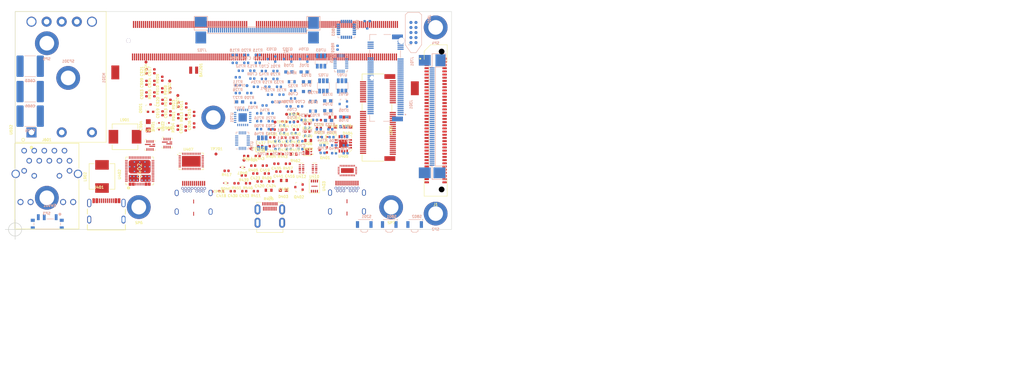
<source format=kicad_pcb>
(kicad_pcb (version 20211014) (generator pcbnew)
  (title_block (title "Jetson Orin Baseboard") (comment 1 "www.antmicro.com") (comment 2 "Antmicro Ltd"))
  (layers (0 "F.Cu" signal) (1 "In1.Cu" signal) (2 "In2.Cu" signal) (3 "In3.Cu" signal) (4 "In4.Cu" signal) (5 "In5.Cu" signal) (6 "In6.Cu" signal) (31 "B.Cu" signal) (34 "B.Paste" user) (35 "F.Paste" user) (36 "B.SilkS" user "B.Silkscreen") (37 "F.SilkS" user "F.Silkscreen") (38 "B.Mask" user) (39 "F.Mask" user) (44 "Edge.Cuts" user))
  (net 0 "")
  (net 1 "GND")
  (net 2 "CSI1_D0_N")
  (net 3 "CSI0_D0_N")
  (net 4 "CSI1_D0_P")
  (net 5 "CSI0_D0_P")
  (net 6 "CSI1_CLK_N")
  (net 7 "CSI0_CLK_N")
  (net 8 "CSI1_CLK_P")
  (net 9 "CSI0_CLK_P")
  (net 10 "CSI1_D1_N")
  (net 11 "CSI0_D1_N")
  (net 12 "CSI1_D1_P")
  (net 13 "CSI0_D1_P")
  (net 14 "CSI3_D0_N")
  (net 15 "CSI2_D0_N")
  (net 16 "CSI3_D0_P")
  (net 17 "CSI2_D0_P")
  (net 18 "CSI3_CLK_N")
  (net 19 "CSI2_CLK_N")
  (net 20 "CSI3_CLK_P")
  (net 21 "CSI2_CLK_P")
  (net 22 "CSI3_D1_N")
  (net 23 "CSI2_D1_N")
  (net 24 "CSI3_D1_P")
  (net 25 "CSI2_D1_P")
  (net 26 "DP1_TXD0_N")
  (net 27 "DP1_TXD1_P")
  (net 28 "DP1_TXD3_N")
  (net 29 "DP1_TXD3_P")
  (net 30 "SPIO_MOSI")
  (net 31 "SPIO_SCK")
  (net 32 "SPIO_MISO")
  (net 33 "~{SPI0_CS0}")
  (net 34 "~{SPI0_CS1}")
  (net 35 "DP1_AUX_N")
  (net 36 "DP1_AUX_P")
  (net 37 "SPI1_MOSI")
  (net 38 "SPI1_SCK")
  (net 39 "SPI1_MISO")
  (net 40 "USB0_D_N")
  (net 41 "~{SPI1_CS0}")
  (net 42 "~{SPI1_CS1}")
  (net 43 "GPIO01")
  (net 44 "USER_LED1")
  (net 45 "USER_BTN0")
  (net 46 "USER_BTN1")
  (net 47 "PCIE0_RX0_N")
  (net 48 "PCIE0_RX0_P")
  (net 49 "PCIE0_RX1_N")
  (net 50 "PCIE0_RX1_P")
  (net 51 "PCIE0_RX2_N")
  (net 52 "PCIE0_RX2_P")
  (net 53 "PCIE0_RX3_N")
  (net 54 "PCIE0_RX3_P")
  (net 55 "PCIE0_CLK_N")
  (net 56 "USBSS0_RX_N")
  (net 57 "PCIE0_CLK_P")
  (net 58 "USBSS0_RX_P")
  (net 59 "USBSS0_TX_N")
  (net 60 "PCIE1_RX0_N")
  (net 61 "PCIE1_RX0_P")
  (net 62 "PCIE1_CLK_N")
  (net 63 "PCIE1_CLK_P")
  (net 64 "PCIE1_CLKREQ*")
  (net 65 "PCIE1_RST*")
  (net 66 "GBE_MDI0_N")
  (net 67 "GBE_MDI0_P")
  (net 68 "GBE_MDI1_N")
  (net 69 "GBE_MDI1_P")
  (net 70 "I2S0_SDOUT")
  (net 71 "I2S0_SDIN")
  (net 72 "GBE_MDI2_N")
  (net 73 "I2S0_LRCK")
  (net 74 "GBE_MDI2_P")
  (net 75 "I2S0_SCLK")
  (net 76 "GBE_MDI3_N")
  (net 77 "GBE_MDI3_P")
  (net 78 "GPIO09")
  (net 79 "SDA_CAM")
  (net 80 "/SoM/~{FORCE_RECOVERY}")
  (net 81 "SCL_CAM")
  (net 82 "GPIO11")
  (net 83 "GPIO12")
  (net 84 "GPIO13")
  (net 85 "/SoM/PMIC_BBAT")
  (net 86 "~{RESET}")
  (net 87 "+3V3")
  (net 88 "/M.2/C_PCIE0_TX0_P")
  (net 89 "/M.2/C_PCIE0_TX0_N")
  (net 90 "/M.2/C_PCIE0_TX1_P")
  (net 91 "/M.2/C_PCIE0_TX1_N")
  (net 92 "/M.2/C_PCIE0_TX2_P")
  (net 93 "/M.2/C_PCIE0_TX2_N")
  (net 94 "/M.2/C_PCIE0_TX3_P")
  (net 95 "/M.2/C_PCIE0_TX3_N")
  (net 96 "/M.2/C_PCIE1_TX0_P")
  (net 97 "/M.2/C_PCIE1_TX0_N")
  (net 98 "EEPROM_PWR")
  (net 99 "Net-(C431-Pad1)")
  (net 100 "+5V")
  (net 101 "CAN_RX")
  (net 102 "CAN_TX")
  (net 103 "GPIO07")
  (net 104 "GPIO10")
  (net 105 "PCIE2_RST*")
  (net 106 "PCIE2_CLKREQ*")
  (net 107 "/Ethernet/VDD")
  (net 108 "Net-(C602-Pad1)")
  (net 109 "GNDD")
  (net 110 "/Ethernet/VIN_POE")
  (net 111 "Net-(C611-Pad1)")
  (net 112 "/CSI/CSIA_3V3")
  (net 113 "/CSI/CSIA_5V")
  (net 114 "/CSI/CSIB_3V3")
  (net 115 "/CSI/CSIB_5V")
  (net 116 "+1V8")
  (net 117 "/Peripherals/CONN_3V3")
  (net 118 "/Peripherals/CONN_5V")
  (net 119 "VCC")
  (net 120 "Net-(C903-Pad1)")
  (net 121 "/Supply/5V0_INT_VCC")
  (net 122 "/Supply/3V3_INT_VCC")
  (net 123 "Net-(C912-Pad1)")
  (net 124 "Net-(C913-Pad1)")
  (net 125 "Net-(C913-Pad2)")
  (net 126 "Net-(C914-Pad1)")
  (net 127 "Net-(C914-Pad2)")
  (net 128 "3V3_STDB")
  (net 129 "/Supply/5V0_FB")
  (net 130 "/Supply/3V3_FB")
  (net 131 "Net-(C925-Pad1)")
  (net 132 "Net-(D301-Pad2)")
  (net 133 "Net-(D401-Pad1)")
  (net 134 "Net-(D403-Pad1)")
  (net 135 "PCIE3_RST*")
  (net 136 "Net-(D404-Pad1)")
  (net 137 "Net-(D405-Pad2)")
  (net 138 "Net-(D405-Pad1)")
  (net 139 "Net-(D408-Pad2)")
  (net 140 "Net-(D408-Pad1)")
  (net 141 "/Ethernet/PAIR_12")
  (net 142 "/Ethernet/PAIR_36")
  (net 143 "/Ethernet/PAIR_78")
  (net 144 "/Ethernet/PAIR_910")
  (net 145 "/CSI/~{CSI1_SW}")
  (net 146 "Net-(D701-Pad1)")
  (net 147 "Net-(D702-Pad1)")
  (net 148 "Net-(D703-Pad1)")
  (net 149 "/CSI/~{CSI3_SW}")
  (net 150 "Net-(D704-Pad1)")
  (net 151 "Net-(D705-Pad1)")
  (net 152 "Net-(D706-Pad1)")
  (net 153 "Net-(D707-Pad2)")
  (net 154 "Net-(D707-Pad1)")
  (net 155 "Net-(D708-Pad2)")
  (net 156 "Net-(D708-Pad1)")
  (net 157 "Net-(D709-Pad1)")
  (net 158 "Net-(D710-Pad1)")
  (net 159 "Net-(D801-Pad1)")
  (net 160 "Net-(D802-Pad2)")
  (net 161 "/Ethernet/POE_ACTIVE")
  (net 162 "PCIE3_CLKREQ*")
  (net 163 "I2C2_SCL")
  (net 164 "I2C2_SDA")
  (net 165 "UART2_TXD")
  (net 166 "UART2_RXD")
  (net 167 "/USB Debug, DP/PDC_LDO_1V8")
  (net 168 "/USB Debug, DP/PDC_LDO_3V3")
  (net 172 "Net-(J301-Pad68)")
  (net 186 "/M.2/M2_ALERT")
  (net 189 "/M.2/PERST0")
  (net 190 "/M.2/CLKREQ0_BUFFERED")
  (net 191 "/M.2/PEWAKE0_OD_BUFFERED")
  (net 194 "Net-(J302-Pad3)")
  (net 195 "Net-(J302-Pad5)")
  (net 221 "Net-(J302-Pad50)")
  (net 223 "/M.2/PCIE_WAKE_SEL1")
  (net 224 "PCIE1_DISABLE")
  (net 239 "/USB Debug, DP/FTDI_3V3")
  (net 240 "/USB Debug, DP/USBSS0_RX_C_N")
  (net 241 "/USB Debug, DP/USBSS0_TX_C_N")
  (net 243 "/USB Debug, DP/DP1_AUX_C_N")
  (net 244 "/USB Debug, DP/DP1_TXD0_C_N")
  (net 245 "Net-(J402-PadA6)")
  (net 246 "Net-(J402-PadA7)")
  (net 247 "/USB Debug, DP/DP1_TXD1_C_N")
  (net 248 "/USB Debug, DP/DP1_TXD2_C_N")
  (net 249 "/USB Debug, DP/DP1_TXD3_C_N")
  (net 250 "/USB Debug, DP/USBSS0_RX_C_P")
  (net 251 "/USB Debug, DP/USBSS0_TX_C_P")
  (net 252 "/USB Debug, DP/DP1_AUX_C_P")
  (net 253 "/USB Debug, DP/DP1_TXD0_C_P")
  (net 254 "/USB Debug, DP/DP1_TXD1_C_P")
  (net 255 "/USB Debug, DP/DP1_TXD2_C_P")
  (net 256 "/USB Debug, DP/DP1_TXD3_C_P")
  (net 258 "/USB Debug, DP/USBC3_VBUS")
  (net 259 "/USB Debug, DP/USBC0_TX1_N")
  (net 260 "/USB Debug, DP/USBC0_CONN_TX1_N")
  (net 262 "/USB Debug, DP/USBC0_TX2_N")
  (net 263 "/USB Debug, DP/USBC0_CONN_TX2_N")
  (net 264 "Net-(J601-Pad16)")
  (net 265 "Net-(J601-Pad18)")
  (net 266 "/CSI/CSI1_0_D1_N")
  (net 267 "/CSI/CSI1_0_D1_P")
  (net 268 "/CSI/CSI1_0_D0_N")
  (net 269 "/CSI/CSI1_0_D0_P")
  (net 274 "/CSI/CSI3_0_D1_N")
  (net 275 "/CSI/CSI3_0_D1_P")
  (net 276 "/CSI/CSI3_0_D0_N")
  (net 277 "/CSI/CSI3_0_D0_P")
  (net 279 "VSYNC_CAM0")
  (net 281 "VSYNC_CAM1")
  (net 286 "Net-(J701-Pad39)")
  (net 287 "Net-(J701-Pad40)")
  (net 288 "Net-(J701-Pad41)")
  (net 289 "Net-(J701-Pad42)")
  (net 298 "/CSI/CSI1_1_D0_N")
  (net 299 "/CSI/CSI1_1_D0_P")
  (net 300 "/CSI/CSI1_1_D1_N")
  (net 301 "/CSI/CSI1_1_D1_P")
  (net 302 "/CSI/CSI1_1_CLK_N")
  (net 303 "/CSI/CSI1_1_CLK_P")
  (net 312 "/CSI/CSI3_1_D1_N")
  (net 313 "/CSI/CSI3_1_D1_P")
  (net 314 "/CSI/CSI3_1_D0_N")
  (net 315 "/CSI/CSI3_1_D0_P")
  (net 316 "/CSI/CSI3_1_CLK_N")
  (net 317 "/CSI/CSI3_1_CLK_P")
  (net 319 "VSYNC_CAM2")
  (net 321 "VSYNC_CAM3")
  (net 326 "Net-(J702-Pad39)")
  (net 327 "Net-(J702-Pad40)")
  (net 328 "Net-(J702-Pad41)")
  (net 329 "Net-(J702-Pad42)")
  (net 334 "FTDI_TXD")
  (net 335 "FTDI_RXD")
  (net 336 "SYS_SDA")
  (net 337 "SYS_SCL")
  (net 338 "~{PDC_CS}")
  (net 339 "PDC_SCLK")
  (net 340 "PDC_MISO")
  (net 341 "PDC_MOSI")
  (net 342 "I2C1_SDA")
  (net 343 "I2C1_SCL")
  (net 344 "/USB Debug, DP/USBC0_TX1_P")
  (net 345 "/USB Debug, DP/USBC0_CONN_TX1_P")
  (net 346 "/USB Debug, DP/USBC0_TX2_P")
  (net 347 "/USB Debug, DP/USBC0_CONN_TX2_P")
  (net 348 "/USB Debug, DP/USBC0_VBUS")
  (net 349 "/USB3/USBC1_TX2_N")
  (net 350 "/USB3/USBC1_CONN_TX2_N")
  (net 351 "/USB3/USBC1_TX1_N")
  (net 352 "/USB3/USBC1_CONN_TX1_N")
  (net 353 "/USB3/USBC1_TX1_P")
  (net 354 "/USB3/USBC1_CONN_TX1_P")
  (net 355 "/USB3/USBC1_TX2_P")
  (net 356 "/USB3/USBC1_CONN_TX2_P")
  (net 357 "/USB3/USBC1_VBUS")
  (net 358 "/USB Debug, DP/FTDI_LED_TX")
  (net 359 "/USB Debug, DP/FTDI_LED_RX")
  (net 360 "/USB Debug, DP/USBC3_CC1")
  (net 361 "/USB Debug, DP/USBC3_D_P")
  (net 362 "/USB Debug, DP/USBC3_D_N")
  (net 363 "/USB Debug, DP/USBC3_CC2")
  (net 364 "/USB Debug, DP/USBC0_CC1")
  (net 365 "/USB Debug, DP/USBC0_SBU1")
  (net 366 "/USB Debug, DP/USBC0_CONN_RX2_N")
  (net 367 "/USB Debug, DP/USBC0_CONN_RX2_P")
  (net 368 "/USB Debug, DP/USBC0_CC2")
  (net 369 "CSI1_SW")
  (net 370 "CSI3_SW")
  (net 371 "PWR_SOFT")
  (net 372 "Net-(Q902-Pad3)")
  (net 373 "~{GPIO_INT}")
  (net 374 "/USB Debug, DP/USBC0_SBU2")
  (net 375 "/USB Debug, DP/USBC0_CONN_RX1_N")
  (net 376 "/USB Debug, DP/USBC0_CONN_RX1_P")
  (net 377 "/USB3/USBC1_CC1")
  (net 378 "/USB3/USBC1_CONN_D_P")
  (net 379 "/USB3/USBC1_CONN_D_N")
  (net 380 "/USB3/USBC1_CONN_RX2_N")
  (net 381 "/USB3/USBC1_CONN_RX2_P")
  (net 382 "/USB3/USBC1_CC2")
  (net 383 "/USB3/USBC1_CONN_RX1_N")
  (net 384 "/USB3/USBC1_CONN_RX1_P")
  (net 385 "/USB3/USBC1_ID")
  (net 386 "/USB Debug, DP/PDC_RESET")
  (net 387 "/USB Debug, DP/PDC_ADCIN1")
  (net 388 "/USB Debug, DP/PDC_ADCIN2")
  (net 389 "/USB Debug, DP/FLASH_MOSI")
  (net 390 "/USB Debug, DP/FLASH_MISO")
  (net 391 "/USB Debug, DP/~{PFLASH_WP}")
  (net 392 "/USB Debug, DP/~{PFLASH_HOLD}")
  (net 393 "Net-(R429-Pad2)")
  (net 394 "Net-(R430-Pad2)")
  (net 395 "Net-(R431-Pad2)")
  (net 396 "~{FTDI_CTS}")
  (net 397 "Net-(R432-Pad2)")
  (net 398 "/USB Debug, DP/FLASH_CLK")
  (net 399 "/USB Debug, DP/~{PFLASH_CS}")
  (net 400 "/USB Debug, DP/USBC0_FLIP")
  (net 401 "/USB Debug, DP/PDC_CTL1")
  (net 402 "/USB Debug, DP/USBC0_CTL0")
  (net 403 "/USB Debug, DP/PDC_FLIP")
  (net 404 "/USB Debug, DP/USBC0_CTL1")
  (net 405 "/USB Debug, DP/PDC_CTL0")
  (net 406 "/USB Debug, DP/PDC_I2C3_SCL")
  (net 407 "/USB Debug, DP/PDC_I2C3_SDA")
  (net 408 "/USB Debug, DP/PDC_GPIO14")
  (net 409 "/USB Debug, DP/PDC_GPIO15")
  (net 410 "/USB Debug, DP/PDC_I2C1_SCL")
  (net 411 "/USB Debug, DP/PDC_I2C1_SDA")
  (net 412 "/USB Debug, DP/USBC0_I2C_EN")
  (net 413 "/USB Debug, DP/USBC0_SSEQ0")
  (net 414 "/USB Debug, DP/USBC0_SSEQ1")
  (net 415 "/USB Debug, DP/USBC0_DPEQ0")
  (net 416 "/USB Debug, DP/USBC0_DPEQ1")
  (net 417 "/USB Debug, DP/USBC0_EQ0")
  (net 418 "/USB Debug, DP/USBC0_EQ1")
  (net 419 "/USB Debug, DP/USBC0_RX1_N")
  (net 420 "/USB Debug, DP/USBC0_RX1_P")
  (net 421 "/USB Debug, DP/USBC0_RX2_N")
  (net 422 "/USB Debug, DP/USBC0_RX2_P")
  (net 423 "/USB Debug, DP/USB_FTDI_N")
  (net 424 "/USB Debug, DP/USB_FTDI_P")
  (net 425 "/USB3/USBC1_ADDR")
  (net 426 "/USB3/USBC1_PORT")
  (net 427 "/USB3/USBC1_I_MODE")
  (net 428 "/USB3/~{USBC1_INT}")
  (net 429 "/USB3/~{USBC1_EN_MUX}")
  (net 430 "/USB3/~{USBC1_EN_CC}")
  (net 431 "Net-(R616-Pad2)")
  (net 432 "/CSI/SDA_CAM0")
  (net 433 "/CSI/CSIA_I2C_VCC")
  (net 434 "CSIA_PEN")
  (net 435 "/CSI/SCL_CAM0")
  (net 436 "/CSI/I2C_MUX_RESET")
  (net 437 "/CSI/I2C_MUX_A0")
  (net 438 "Net-(R706-Pad1)")
  (net 439 "Net-(R707-Pad1)")
  (net 440 "/CSI/CSIA_5V_FLG")
  (net 441 "/CSI/CSIA_3V3_FLG")
  (net 442 "/CSI/SDA_CAM1")
  (net 443 "/CSI/SCL_CAM1")
  (net 444 "/CSI/SDA_CAM2")
  (net 445 "/CSI/CSIB_I2C_VCC")
  (net 446 "/CSI/SCL_CAM2")
  (net 447 "/CSI/CSIA_5V_ISET")
  (net 448 "/CSI/CSIA_3V3_ISET")
  (net 449 "/CSI/SDA_CAM3")
  (net 450 "/CSI/SCL_CAM3")
  (net 451 "CSIB_PEN")
  (net 452 "/CSI/CSI_MUX0_OE")
  (net 453 "/CSI/CSI_MUX1_OE")
  (net 454 "/CSI/CSIB_5V_FLG")
  (net 455 "/CSI/CSIB_3V3_FLG")
  (net 456 "/CSI/CSIB_5V_ISET")
  (net 457 "/CSI/CSIB_3V3_ISET")
  (net 458 "/CSI/CSI1_0_CLK_P")
  (net 459 "/CSI/CSI1_0_CLK_N")
  (net 460 "/CSI/CSI3_0_CLK_P")
  (net 461 "/CSI/CSI3_0_CLK_N")
  (net 462 "/USB3/USBSS1_RX_C_N")
  (net 463 "/Peripherals/GPIOEX_I2C_SDA")
  (net 464 "/Peripherals/GPIOEX_I2C_SCL")
  (net 465 "/Peripherals/GPIOEX_RESET")
  (net 466 "/USB3/USBSS1_RX_C_P")
  (net 467 "/Peripherals/GPIOEX_ADDR")
  (net 468 "/USB3/USBSS1_TX_C_N")
  (net 469 "/Peripherals/GPIOEX_P0_0")
  (net 470 "/Peripherals/GPIOEX_P0_1")
  (net 471 "/Peripherals/GPIOEX_P0_2")
  (net 472 "/Peripherals/GPIOEX_P0_3")
  (net 473 "/Peripherals/GPIOEX_P0_4")
  (net 474 "/Peripherals/GPIOEX_P0_5")
  (net 475 "/Peripherals/GPIOEX_P0_6")
  (net 476 "Net-(R902-Pad1)")
  (net 477 "/Supply/5V0_EN")
  (net 478 "/Supply/3V3_EN")
  (net 479 "/Supply/5V0_PG")
  (net 480 "/Supply/3V3_PG")
  (net 482 "Net-(TP401-Pad1)")
  (net 483 "/USB3/USBSS1_TX_C_P")
  (net 484 "/USB3/USBC1_I2C_SDA")
  (net 485 "/USB3/USBC1_ISC_SCL")
  (net 486 "/USB3/USBC1_DIR")
  (net 487 "/USB3/USBC1_VBUS_DET")
  (net 488 "/USB3/USBC1_RX1_N")
  (net 490 "/USB3/USBC1_RX1_P")
  (net 491 "/USB3/USBC1_RX2_N")
  (net 516 "/USB3/USBC1_RX2_P")
  (net 517 "/USB3/USBC1_FAULT_N")
  (net 519 "/USB Debug, DP/PDC_I2C1_IRQn")
  (net 520 "/USB Debug, DP/PDC_I2C2_IRQn")
  (net 521 "/USB Debug, DP/PDC_I2C2_SCL")
  (net 522 "/USB Debug, DP/PDC_I2C2_SDA")
  (net 523 "/USB Debug, DP/FTDI_CBUS0")
  (net 524 "/USB Debug, DP/FTDI_CBUS3")
  (net 529 "/USB Debug, DP/DRAIN2")
  (net 530 "/USB Debug, DP/DRAIN1")
  (net 531 "/Peripherals/EXT_GPIO0")
  (net 532 "/Peripherals/EXT_GPIO1")
  (net 533 "/Peripherals/EXT_GPIO2")
  (net 534 "/Peripherals/EXT_GPIO3")
  (net 535 "/Peripherals/EXT_GPIO4")
  (net 536 "/Peripherals/EXT_GPIO5")
  (net 537 "/Peripherals/PCIE2_TX0_CONN_N")
  (net 538 "/Peripherals/PCIE2_TX0_CONN_P")
  (net 539 "/Peripherals/PCIE2_TX1_CONN_P")
  (net 540 "/Peripherals/USBSS2_TX_CONN_P")
  (net 541 "/Peripherals/PCIE2_TX1_CONN_N")
  (net 542 "/Peripherals/USBSS2_TX_CONN_N")
  (net 543 "/Peripherals/PCIE2_RX0_CONN_N")
  (net 544 "/Peripherals/PCIE2_RX0_CONN_P")
  (net 545 "/Peripherals/PCIE2_RX1_CONN_N")
  (net 546 "/Peripherals/PCIE2_RX1_CONN_P")
  (net 547 "/Peripherals/PCIE2_CLK_CONN_N")
  (net 548 "/Peripherals/PCIE2_CLK_CONN_P")
  (net 549 "/Peripherals/PCIE3_CLK_CONN_N")
  (net 550 "/Peripherals/PCIE3_CLK_CONN_P")
  (net 551 "/Peripherals/USBSS2_RX_CONN_N")
  (net 552 "/Peripherals/USBSS2_RX_CONN_P")
  (footprint "antmicro-footprints:QFN-11_2x2mm_P0.5mm" (layer "F.Cu") (at 68.3 103.2)
    (fp_text reference "U903")
    (fp_text value "MP2386GG-P")
  )
  (footprint "antmicro-footprints:SOD-523" (layer "F.Cu") (at 66.275 98.96 90)
    (fp_text reference "U901")
    (fp_text value "RB521S30T1G")
  )
  (footprint "antmicro-footprints:Testpoint_smd_0_75mm" (layer "F.Cu") (at 95.52 97.8592 180)
    (fp_text reference "TP407")
    (fp_text value "TP_SMD_0_75MM" hide)
  )
  (footprint "antmicro-footprints:0402-cap" (layer "F.Cu") (at 67.16 95.68 90)
    (fp_text reference "C919")
    (fp_text value "C_22u_0402")
  )
  (footprint "antmicro-footprints:HDMI_Micro-D_Molex_46765-1x01" (layer "F.Cu") (at 94.2 123.3)
    (fp_text reference "J2")
    (fp_text value "46756-1001")
  )
  (footprint "antmicro-footprints:0402-res" (layer "F.Cu") (at 71.14 96.42 90)
    (fp_text reference "R901")
    (fp_text value "R_100k_0402")
  )
  (footprint "antmicro-footprints:0402-cap" (layer "F.Cu") (at 92.93 108.89 180)
    (fp_text reference "C419")
    (fp_text value "C_100n_0402")
  )
  (footprint "antmicro-footprints:0402-cap" (layer "F.Cu") (at 88.23 106.46 180)
    (fp_text reference "C414")
    (fp_text value "C_100n_0402")
  )
  (footprint "antmicro-footprints:0402-res" (layer "F.Cu") (at 106.58 99.4 180)
    (fp_text reference "R421")
    (fp_text value "R_0R_0402")
  )
  (footprint "antmicro-footprints:0402-cap" (layer "F.Cu") (at 84.85 115.34 180)
    (fp_text reference "C430")
    (fp_text value "C_100n_0402")
  )
  (footprint "antmicro-footprints:0402-res" (layer "F.Cu") (at 100.51 103.76 180)
    (fp_text reference "R419")
    (fp_text value "R_0R_0402")
  )
  (footprint "antmicro-footprints:0402-res" (layer "F.Cu") (at 100.63 101.77 180)
    (fp_text reference "R418")
    (fp_text value "R_0R_0402")
  )
  (footprint "antmicro-footprints:0603-res" (layer "F.Cu") (at 110.01 96.66 180)
    (fp_text reference "R450")
    (fp_text value "R_200R_0603")
  )
  (footprint "antmicro-footprints:0402-res" (layer "F.Cu") (at 69.15 92.77 90)
    (fp_text reference "R912")
    (fp_text value "R_8k87_1%_0402")
  )
  (footprint "antmicro-footprints:IC_TPS65987DDHRSHR" (layer "F.Cu") (at 61.4 110.2125 90)
    (fp_text reference "U402")
    (fp_text value "TPS65988")
  )
  (footprint "antmicro-footprints:jetson-orin-nx-nano-module" (layer "F.Cu") (at 124.775 119.3625)
    (fp_text reference "M2" hide)
    (fp_text value "jetson-orin-nx/nano-module" hide)
  )
  (footprint "antmicro-footprints:0402-cap" (layer "F.Cu") (at 63.11 90.9 90)
    (fp_text reference "C903")
    (fp_text value "C_10u_0402")
  )
  (footprint "antmicro-footprints:Testpoint_smd_0_75mm" (layer "F.Cu") (at 89.45 104.5392 180)
    (fp_text reference "TP410")
    (fp_text value "TP_SMD_0_75MM" hide)
  )
  (footprint "antmicro-footprints:TPD4E05U06QDQARQ1" (layer "F.Cu") (at 105.475 109.69 180)
    (fp_text reference "U410")
    (fp_text value "TPD4E05U06QDQARQ1")
  )
  (footprint "antmicro-footprints:0603-res" (layer "F.Cu") (at 103.86 102.56 180)
    (fp_text reference "R422")
    (fp_text value "R_200R_0603")
  )
  (footprint "antmicro-footprints:Testpoint_smd_0_75mm" (layer "F.Cu") (at 87.69 107.4592 180)
    (fp_text reference "TP404")
    (fp_text value "TP_SMD_0_75MM" hide)
  )
  (footprint "antmicro-footprints:0402-cap" (layer "F.Cu") (at 75.12 95.82 90)
    (fp_text reference "C915")
    (fp_text value "C_100n_0402")
  )
  (footprint "antmicro-footprints:9774025151" (layer "F.Cu") (at 79.95 96.75 90)
    (fp_text reference "SP1")
    (fp_text value "9774025151")
  )
  (footprint "antmicro-footprints:0402-res" (layer "F.Cu") (at 71.02 99.33 90)
    (fp_text reference "R904")
    (fp_text value "R_0R_0402")
  )
  (footprint "antmicro-footprints:0402-cap" (layer "F.Cu") (at 65.1 87.99 90)
    (fp_text reference "C924")
    (fp_text value "C_22u_0402")
  )
  (footprint "antmicro-footprints:Testpoint_smd_0_75mm" (layer "F.Cu") (at 63.0408 82.75 90)
    (fp_text reference "TP904")
    (fp_text value "TP_SMD_0_75MM" hide)
  )
  (footprint "antmicro-footprints:0402-res" (layer "F.Cu") (at 85.79 113.35 180)
    (fp_text reference "R451")
    (fp_text value "R_0R_0402")
  )
  (footprint "antmicro-footprints:Testpoint_smd_0_75mm" (layer "F.Cu") (at 71.0708 91.18 90)
    (fp_text reference "TP907")
    (fp_text value "TP_SMD_0_75MM" hide)
  )
  (footprint "antmicro-footprints:WE_632723300011" (layer "F.Cu") (at 113.65008 118.935)
    (fp_text reference "J501" hide)
    (fp_text value "WE_632723300011_alt_symbol" hide)
  )
  (footprint "antmicro-footprints:0402-res" (layer "F.Cu") (at 97.6 103.76 180)
    (fp_text reference "R432")
    (fp_text value "R_0R_0402")
  )
  (footprint "antmicro-footprints:0603-cap" (layer "F.Cu") (at 113.56 96.66 180)
    (fp_text reference "C405")
    (fp_text value "C_10u_0603")
  )
  (footprint "antmicro-footprints:0402-cap" (layer "F.Cu") (at 100.76 95.8 180)
    (fp_text reference "C428")
    (fp_text value "C_100n_0402")
  )
  (footprint "antmicro-footprints:0402-res" (layer "F.Cu") (at 96.96 105.98 180)
    (fp_text reference "R443")
    (fp_text value "R_1k_0402")
  )
  (footprint "antmicro-footprints:SOT-323" (layer "F.Cu") (at 107.66 104.92 180)
    (fp_text reference "Q401")
    (fp_text value "BSS138W-7-F")
  )
  (footprint "antmicro-footprints:Testpoint_smd_0_75mm" (layer "F.Cu") (at 79.61 115.4092 180)
    (fp_text reference "TP401")
    (fp_text value "TP_SMD_0_75MM" hide)
  )
  (footprint "antmicro-footprints:IHLP2525CZER" (layer "F.Cu") (at 57.7 101.6)
    (fp_text reference "L901")
    (fp_text value "IHLP2525CZER2R2M01")
  )
  (footprint "antmicro-footprints:0402-cap" (layer "F.Cu") (at 106.58 97.41 180)
    (fp_text reference "C426")
    (fp_text value "C_100n_0402")
  )
  (footprint "antmicro-footprints:ERF8-040-XX.X-X-DV-XX" (layer "F.Cu") (at 136 97.5 90)
    (fp_text reference "J1")
    (fp_text value "ERF8-040-05.0-L-DV-K-TR")
  )
  (footprint "antmicro-footprints:0402-res" (layer "F.Cu") (at 83.3 110.2 180)
    (fp_text reference "R417")
    (fp_text value "R_0R_0402")
  )
  (footprint "antmicro-footprints:0402-cap" (layer "F.Cu") (at 87.76 115.34 180)
    (fp_text reference "C433")
    (fp_text value "C_100n_0402")
  )
  (footprint "antmicro-footprints:0402-cap" (layer "F.Cu") (at 91.61 112.87 180)
    (fp_text reference "C420")
    (fp_text value "C_100n_0402")
  )
  (footprint "antmicro-footprints:0402-cap" (layer "F.Cu") (at 73.01 99.53 90)
    (fp_text reference "C925")
    (fp_text value "C_100n_0402")
  )
  (footprint "antmicro-footprints:0402-res" (layer "F.Cu") (at 93.44 110.88 180)
    (fp_text reference "R409")
    (fp_text value "R_0R_0402")
  )
  (footprint "antmicro-footprints:Testpoint_smd_0_75mm" (layer "F.Cu") (at 98.43 95.8692 180)
    (fp_text reference "TP402")
    (fp_text value "TP_SMD_0_75MM" hide)
  )
  (footprint "antmicro-footprints:0402-res" (layer "F.Cu") (at 69.08 89.86 90)
    (fp_text reference "R908")
    (fp_text value "R_100k_0402")
  )
  (footprint "antmicro-footprints:ULS-12_5-D48N-C" (layer "F.Cu") (at 41.5 86.5 90)
    (fp_text reference "U602")
    (fp_text value "ULS-12/5-D48N-C")
  )
  (footprint "antmicro-footprints:0402-cap" (layer "F.Cu") (at 96.35 110.4 180)
    (fp_text reference "C441")
    (fp_text value "C_100n_0402")
  )
  (footprint "antmicro-footprints:SOT-323" (layer "F.Cu") (at 101.55 114.31 180)
    (fp_text reference "Q402")
    (fp_text value "BSS138W-7-F")
  )
  (footprint "antmicro-footprints:SOT-323" (layer "F.Cu") (at 64.14 94.38 90)
    (fp_text reference "Q901")
    (fp_text value "BSS138W-7-F")
  )
  (footprint "antmicro-footprints:0402-res" (layer "F.Cu") (at 97.85 99.78 180)
    (fp_text reference "R406")
    (fp_text value "R_0R_0402")
  )
  (footprint "antmicro-footprints:0402-cap" (layer "F.Cu") (at 90.53 110.88 180)
    (fp_text reference "C423")
    (fp_text value "C_100n_0402")
  )
  (footprint "antmicro-footprints:WQFN-16-1EP_4x4mm" (layer "F.Cu") (at 112.71 103.39 180)
    (fp_text reference "U405")
    (fp_text value "FT230XQ-R")
  )
  (footprint "antmicro-footprints:SOD-923" (layer "F.Cu") (at 87.305 109.305 180)
    (fp_text reference "D407")
    (fp_text value "DF2S30FS")
  )
  (footprint "antmicro-footprints:SOD-923" (layer "F.Cu") (at 83.075 113.285 180)
    (fp_text reference "D406")
    (fp_text value "DF2S30FS")
  )
  (footprint "antmicro-footprints:m2_4222" (layer "F.Cu") (at 79.95 96.75 -90)
    (fp_text reference "M1")
    (fp_text value "M2_4222")
  )
  (footprint "antmicro-footprints:0402-cap" (layer "F.Cu") (at 69.15 95.68 90)
    (fp_text reference "C913")
    (fp_text value "C_220n_0402")
  )
  (footprint "antmicro-footprints:Testpoint_smd_0_75mm" (layer "F.Cu") (at 69.0108 87.53 90)
    (fp_text reference "TP902")
    (fp_text value "TP_SMD_0_75MM" hide)
  )
  (footprint "antmicro-footprints:GCT_USB4105-GF-A" (layer "F.Cu") (at 53 122.5)
    (fp_text reference "J401")
    (fp_text value "USB4105-GF-A")
  )
  (footprint "antmicro-footprints:WQFN-40_1EP_6x3mm_Pitch0.4mm_EP4.7x2.7mm" (layer "F.Cu") (at 74.4 107.8)
    (fp_text reference "U407")
    (fp_text value "TUSB1046-DCI")
  )
  (footprint "antmicro-footprints:0402-res" (layer "F.Cu") (at 98.75 108.41 180)
    (fp_text reference "R457")
    (fp_text value "R_0R_0402")
  )
  (footprint "antmicro-footprints:0402-cap" (layer "F.Cu") (at 94.69 103.99 180)
    (fp_text reference "C444")
    (fp_text value "C_100n_0402_50V")
  )
  (footprint "antmicro-footprints:QFN-11_2x2mm_P0.5mm" (layer "F.Cu") (at 64 103.8)
    (fp_text reference "U904")
    (fp_text value "MP2386GG-P")
  )
  (footprint "antmicro-footprints:0402-cap" (layer "F.Cu") (at 97.72 101.77 180)
    (fp_text reference "C413")
    (fp_text value "C_100n_0402")
  )
  (footprint "antmicro-footprints:0402-res" (layer "F.Cu") (at 100.76 99.78 180)
    (fp_text reference "R448")
    (fp_text value "R_1k_0402")
  )
  (footprint "antmicro-footprints:jetson-nano-connector" (layer "F.Cu") (at 124.775 119.3625)
    (fp_text reference "M1" hide)
    (fp_text value "~" hide)
  )
  (footprint "antmicro-footprints:5-2337992-8" (layer "F.Cu") (at 32.285 105.116397)
    (fp_text reference "J601")
    (fp_text value "5-2337992-8")
  )
  (footprint "antmicro-footprints:0402-res" (layer "F.Cu") (at 88.7 113.35 180)
    (fp_text reference "R446")
    (fp_text value "R_1k_0402")
  )
  (footprint "antmicro-footprints:0402-res" (layer "F.Cu") (at 103.67 98.34 180)
    (fp_text reference "R455")
    (fp_text value "R_0R_0402")
  )
  (footprint "antmicro-footprints:0402-res" (layer "F.Cu") (at 67.09 86.95 90)
    (fp_text reference "R909")
    (fp_text value "R_40k2_1%_0402")
  )
  (footprint "antmicro-footprints:0402-res" (layer "F.Cu") (at 87.62 111.36 180)
    (fp_text reference "R439")
    (fp_text value "R_1k_0402")
  )
  (footprint "antmicro-footprints:0402-cap" (layer "F.Cu") (at 100.76 97.79 180)
    (fp_text reference "C417")
    (fp_text value "C_100n_0402")
  )
  (footprint "antmicro-footprints:0402-res" (layer "F.Cu") (at 94.81 101.77 180)
    (fp_text reference "R452")
    (fp_text value "R_0R_0402")
  )
  (footprint "antmicro-footprints:0402-res" (layer "F.Cu") (at 65.1 90.9 90)
    (fp_text reference "R915")
    (fp_text value "R_200k_0402")
  )
  (footprint "antmicro-footprints:Testpoint_smd_0_75mm" (layer "F.Cu") (at 80.6808 105.96 90)
    (fp_text reference "TP701")
    (fp_text value "TP_SMD_0_75MM" hide)
  )
  (footprint "antmicro-footprints:SOD-523" (layer "F.Cu") (at 107.86 101.645 180)
    (fp_text reference "U401")
    (fp_text value "RB521S30T1G")
  )
  (footprint "antmicro-footprints:9774060151" (layer "F.Cu") (at 61.175 119.35)
    (fp_text reference "SP6")
    (fp_text value "9774060151")
  )
  (footprint "antmicro-footprints:0402-res" (layer "F.Cu") (at 67.09 89.86 90)
    (fp_text reference "R910")
    (fp_text value "R_5k49_1%_0402")
  )
  (footprint "antmicro-footprints:RNH0030A" (layer "F.Cu") (at 113.75008 110.135 90)
    (fp_text reference "U501" hide)
    (fp_text value "HD3SS3220" hide)
  )
  (footprint "antmicro-footprints:USON-8_2x3mm_P0.5mm" (layer "F.Cu") (at 105.435 114.075 180)
    (fp_text reference "U403")
    (fp_text value "W25Q80DVUXIE_TR")
  )
  (footprint "antmicro-footprints:IHLP2525CZER" (layer "F.Cu") (at 51.9 111.621 90)
    (fp_text reference "L902")
    (fp_text value "IHLP2525CZER2R2M01")
  )
  (footprint "antmicro-footprints:0402-cap" (layer "F.Cu") (at 81.94 115.34 180)
    (fp_text reference "C418")
    (fp_text value "C_100n_0402")
  )
  (footprint "antmicro-footprints:0402-cap" (layer "F.Cu") (at 63.11 87.99 90)
    (fp_text reference "C909")
    (fp_text value "C_100n_0402_50V")
  )
  (footprint "antmicro-footprints:0402-cap" (layer "F.Cu") (at 63.11 85.08 90)
    (fp_text reference "C921")
    (fp_text value "C_22u_0402")
  )
  (footprint "antmicro-footprints:0402-cap" (layer "F.Cu") (at 91.9 102 180)
    (fp_text reference "C437")
    (fp_text value "C_10u_0402")
  )
  (footprint "antmicro-footprints:0402-cap" (layer "F.Cu") (at 67.16 92.77 90)
    (fp_text reference "C920")
    (fp_text value "C_22u_0402")
  )
  (footprint "antmicro-footprints:0402-res" (layer "F.Cu") (at 73.13 96.62 90)
    (fp_text reference "R913")
    (fp_text value "R_10k_0402")
  )
  (footprint "antmicro-footprints:0402-cap" (layer "F.Cu") (at 73.13 93.71 90)
    (fp_text reference "C911")
    (fp_text value "C_1u_0402")
  )
  (footprint "antmicro-footprints:0603-res" (layer "F.Cu") (at 100.19 105.99 180)
    (fp_text reference "R462")
    (fp_text value "R_200R_0603")
  )
  (footprint "antmicro-footprints:0402-cap" (layer "F.Cu") (at 91.78 103.99 180)
    (fp_text reference "C438")
    (fp_text value "C_10u_0402")
  )
  (footprint "antmicro-footprints:0402-res" (layer "F.Cu") (at 90.02 108.89 180)
    (fp_text reference "R405")
    (fp_text value "R_100k_0402")
  )
  (footprint "antmicro-footprints:TPD4E05U06QDQARQ1" (layer "F.Cu") (at 102.185 109.69 180)
    (fp_text reference "U412")
    (fp_text value "TPD4E05U06QDQARQ1")
  )
  (footprint "antmicro-footprints:0402-res" (layer "F.Cu") (at 71.14 93.51 90)
    (fp_text reference "R903")
    (fp_text value "R_200k_0402")
  )
  (footprint "antmicro-footprints:0603-cap" (layer "F.Cu") (at 97.75 112.63 180)
    (fp_text reference "C402")
    (fp_text value "C_10u_0603")
  )
  (footprint "antmicro-footprints:0402-res" (layer "F.Cu") (at 94.94 99.78 180)
    (fp_text reference "R461")
    (fp_text value "R_100k_0402")
  )
  (footprint "antmicro-footprints:0402-cap" (layer "F.Cu") (at 95.84 108.41 180)
    (fp_text reference "C435")
    (fp_text value "C_10u_0402")
  )
  (footprint "antmicro-footprints:0402-res" (layer "F.Cu") (at 97.85 97.79 180)
    (fp_text reference "R454")
    (fp_text value "R_0R_0402")
  )
  (footprint "antmicro-footprints:0402-cap" (layer "F.Cu") (at 94.52 112.87 180)
    (fp_text reference "C424")
    (fp_text value "C_100n_0402")
  )
  (footprint "antmicro-footprints:MS621FE-FL11E" (layer "F.Cu") (at 75 84.8 180)
    (fp_text reference "BAT201")
    (fp_text value "MS621FE-FL11E" hide)
  )
  (footprint "antmicro-footprints:WE_632723300011" (layer "F.Cu") (at 75 119)
    (fp_text reference "J402" hide)
    (fp_text value "WE_632723300011_alt_symbol" hide)
  )
  (footprint "antmicro-footprints:0402-res" (layer "F.Cu") (at 90.67 115.34 180)
    (fp_text reference "R411")
    (fp_text value "R_0R_0402")
  )
  (footprint "antmicro-footprints:LED_0603" (layer "F.Cu") (at 109.96 99.13 180)
    (fp_text reference "D401")
    (fp_text value "LTST-C190GKT")
  )
  (footprint "antmicro-footprints:0402-cap" (layer "F.Cu") (at 65.1 85.08 90)
    (fp_text reference "C917")
    (fp_text value "C_33p_0402")
  )
  (footprint "antmicro-footprints:0402-res" (layer "F.Cu") (at 103.67 96.35 180)
    (fp_text reference "R428")
    (fp_text value "R_10k_0402")
  )
  (footprint "antmicro-footprints:0402-cap" (layer "F.Cu") (at 99.26 110.4 180)
    (fp_text reference "C416")
    (fp_text value "C_100n_0402")
  )
  (footprint "antmicro-footprints:WSON6_TI_2x2mm" (layer "F.Cu") (at 103.66 105.37 180)
    (fp_text reference "U406")
    (fp_text value "TPS7B8133DRVR")
  )
  (footprint "antmicro-footprints:0603-res" (layer "F.Cu") (at 93.9 115.1 180)
    (fp_text reference "R426")
    (fp_text value "R_200R_0603")
  )
  (footprint "antmicro-footprints:9774060151" (layer "F.Cu") (at 124.775 119.3625)
    (fp_text reference "SP7")
    (fp_text value "9774060151")
  )
  (footprint "antmicro-footprints:0402-cap" (layer "F.Cu") (at 91.14 106.46 180)
    (fp_text reference "C443")
    (fp_text value "C_100n_0402_50V")
  )
  (footprint "antmicro-footprints:2199230-4" (layer "F.Cu") (at 119.95 96.75 -90)
    (fp_text reference "J302")
    (fp_text value "2199230-6")
  )
  (footprint "antmicro-footprints:LED_0603" (layer "F.Cu") (at 113.81 99.13 180)
    (fp_text reference "D404")
    (fp_text value "LTST-C190GKT")
  )
  (footprint "antmicro-footprints:0402-res" (layer "F.Cu") (at 94.05 105.98 180)
    (fp_text reference "R404")
    (fp_text value "R_10k_0402")
  )
  (footprint "antmicro-footprints:0805-cap" (layer "F.Cu") (at 63.57 98.83 90)
    (fp_text reference "C904")
    (fp_text value "C_22u_0805_25V")
  )
  (footprint "antmicro-footprints:SOD-523" (layer "F.Cu") (at 68.775 98.96 90)
    (fp_text reference "U902")
    (fp_text value "RB521S30T1G")
  )
  (footprint "antmicro-footprints:0402-cap" (layer "F.Cu") (at 75.12 98.73 90)
    (fp_text reference "C926")
    (fp_text value "C_2u2_0402")
  )
  (footprint "antmicro-footprints:0402-cap" (layer "F.Cu") (at 103.67 100.33 180)
    (fp_text reference "C439")
    (fp_text value "C_100n_0402")
  )
  (footprint "antmicro-footprints:LED_0603" (layer "F.Cu") (at 97.6 115.1 180)
    (fp_text reference "D403")
    (fp_text value "LTST-C190GKT")
  )
  (footprint "antmicro-footprints:2220-cap" (layer "B.Cu") (at 33.8 90.2)
    (fp_text reference "C606")
    (fp_text value "C_22u_2220_100V")
  )
  (footprint "antmicro-footprints:0402-res" (layer "B.Cu") (at 94.23 90.98 180)
    (fp_text reference "R712")
    (fp_text value "R_2k2_0402")
  )
  (footprint "antmicro-footprints:0402-res" (layer "B.Cu") (at 96.105 102.73175)
    (fp_text reference "R749")
    (fp_text value "R_0R_0402")
  )
  (footprint "antmicro-footprints:Testpoint_smd_0_75mm" (layer "B.Cu") (at 94.86 92.9008 180)
    (fp_text reference "TP703")
    (fp_text value "TP_SMD_0_75MM" hide)
  )
  (footprint "antmicro-footprints:0402-res" (layer "B.Cu") (at 103.63 101.34 180)
    (fp_text reference "R735")
    (fp_text value "R_200R_0402")
  )
  (footprint "antmicro-footprints:LED_0603" (layer "B.Cu") (at 108.78 95.01 180)
    (fp_text reference "D704")
    (fp_text value "LTST-C190GKT")
  )
  (footprint "antmicro-footprints:LED_0603" (layer "B.Cu") (at 103.43 87.72 180)
    (fp_text reference "D703")
    (fp_text value "LTST-C190GKT")
  )
  (footprint "antmicro-footprints:0402-res" (layer "B.Cu") (at 91.505 99.67175)
    (fp_text reference "R746")
    (fp_text value "R_200R_0402")
  )
  (footprint "antmicro-footprints:0402-cap" (layer "B.Cu") (at 100.05 91.94 180)
    (fp_text reference "C706")
    (fp_text value "C_100n_0402")
  )
  (footprint "antmicro-footprints:0402-cap" (layer "B.Cu") (at 101.925 102.73175)
    (fp_text reference "C702")
    (fp_text value "C_100n_0402")
  )
  (footprint "antmicro-footprints:SOT-323" (layer "B.Cu") (at 118.75 73.35 -90)
    (fp_text reference "Q802")
    (fp_text value "BSS138W-7-F")
  )
  (footprint "antmicro-footprints:0402-res" (layer "B.Cu") (at 91.505 95.69175)
    (fp_text reference "R716")
    (fp_text value "R_0R_0402")
  )
  (footprint "antmicro-footprints:0402-res" (layer "B.Cu") (at 86.115 90.57175)
    (fp_text reference "R727")
    (fp_text value "R_4k7_0402")
  )
  (footprint "antmicro-footprints:0402-res" (layer "B.Cu") (at 94.415 99.67175)
    (fp_text reference "R743")
    (fp_text value "R_0R_0402")
  )
  (footprint "antmicro-footprints:LED_0603" (layer "B.Cu") (at 108.78 92.54 180)
    (fp_text reference "D710")
    (fp_text value "LTST-C190GKT")
  )
  (footprint "antmicro-footprints:SOT-323" (layer "B.Cu") (at 94.64 81.99 180)
    (fp_text reference "Q703")
    (fp_text value "BSS138W-7-F")
  )
  (footprint "antmicro-footprints:0402-res" (layer "B.Cu") (at 95.61 87 180)
    (fp_text reference "R729")
    (fp_text value "R_49R9_0402")
  )
  (footprint "antmicro-footprints:0402-res" (layer "B.Cu") (at 99.78 97.91 180)
    (fp_text reference "R710")
    (fp_text value "R_10k_0402")
  )
  (footprint "antmicro-footprints:0402-res" (layer "B.Cu") (at 86.115 88.58175)
    (fp_text reference "R726")
    (fp_text value "R_10k_0402")
  )
  (footprint "antmicro-footprints:0402-cap" (layer "B.Cu") (at 101.85 93.93 180)
    (fp_text reference "C709")
    (fp_text value "C_1u_0402")
  )
  (footprint "antmicro-footprints:9774060151" (layer "B.Cu") (at 136 74 180)
    (fp_text reference "SP4")
    (fp_text value "9774060151")
  )
  (footprint "antmicro-footprints:B3U-3000P" (layer "B.Cu") (at 118 123.75 180)
    (fp_text reference "S201")
    (fp_text value "B3U-3000PM")
  )
  (footprint "antmicro-footprints:SOT-323" (layer "B.Cu") (at 102.74 81.99 180)
    (fp_text reference "Q704")
    (fp_text value "BSS138W-7-F")
  )
  (footprint "antmicro-footprints:0603-res" (layer "B.Cu") (at 99.73 87.72 180)
    (fp_text reference "R748")
    (fp_text value "R_470R_0603")
  )
  (footprint "antmicro-footprints:LED_0603" (layer "B.Cu") (at 98.99 85.25 180)
    (fp_text reference "D709")
    (fp_text value "LTST-C190GKT")
  )
  (footprint "antmicro-footprints:m2_2280" (layer "B.Cu") (at 43.5 86.75 90)
    (fp_text reference "M301")
    (fp_text value "M2_2280" hide)
  )
  (footprint "antmicro-footprints:0402-cap" (layer "B.Cu") (at 89.79 86.93 180)
    (fp_text reference "C708")
    (fp_text value "C_1u_0402")
  )
  (footprint "antmicro-footprints:0603-res" (layer "B.Cu") (at 105.08 95.13 180)
    (fp_text reference "R739")
    (fp_text value "R_470R_0603")
  )
  (footprint "antmicro-footprints:0402-res" (layer "B.Cu") (at 103.63 99.35 180)
    (fp_text reference "R737")
    (fp_text value "R_200R_0402")
  )
  (footprint "antmicro-footprints:LED_0603" (layer "B.Cu") (at 102.84 85.25 180)
    (fp_text reference "D701")
    (fp_text value "LTST-C190GKT")
  )
  (footprint "antmicro-footprints:0402-res" (layer "B.Cu") (at 92.7 87 180)
    (fp_text reference "R742")
    (fp_text value "R_0R_0402")
  )
  (footprint "antmicro-footprints:0402-res" (layer "B.Cu") (at 91.505 97.68175)
    (fp_text reference "R708")
    (fp_text value "R_0R_0402")
  )
  (footprint "antmicro-footprints:TC2050-IDC-NL_2x05_Vertical" (layer "B.Cu") (at 130.4 75.3 90)
    (fp_text reference "J801")
    (fp_text value "TC2050-IDC-NL")
  )
  (footprint "antmicro-footprints:TSOT23-6" (layer "B.Cu") (at 107.115 82.49 180)
    (fp_text reference "U703")
    (fp_text value "AP22615")
  )
  (footprint "antmicro-footprints:0402-res" (layer "B.Cu") (at 109.45 99.71 180)
    (fp_text reference "R723")
    (fp_text value "R_0R_0402")
  )
  (footprint "antmicro-footprints:B3U-3000P" (layer "B.Cu") (at 130.7 123.75 180)
    (fp_text reference "S802")
    (fp_text value "B3U-3000PM")
  )
  (footprint "antmicro-footprints:9774060151" (layer "B.Cu") (at 38 117 180)
    (fp_text reference "SP3")
    (fp_text value "9774060151")
  )
  (footprint "antmicro-footprints:0402-cap" (layer "B.Cu") (at 99.78 95.92 180)
    (fp_text reference "C704")
    (fp_text value "C_100n_0402")
  )
  (footprint "antmicro-footprints:0402-res" (layer "B.Cu") (at 88.25 80.96 180)
    (fp_text reference "R720")
    (fp_text value "R_2k2_0402")
  )
  (footprint "antmicro-footprints:0402-res" (layer "B.Cu") (at 95.61 85.01 180)
    (fp_text reference "R701")
    (fp_text value "R_2k2_0402")
  )
  (footprint "antmicro-footprints:0402-res" (layer "B.Cu") (at 105.6 97.36 180)
    (fp_text reference "R702")
    (fp_text value "R_100k_0402")
  )
  (footprint "antmicro-footprints:VQFN-24" (layer "B.Cu") (at 87.36 96.72675)
    (fp_text reference "U701")
    (fp_text value "PCA9547BS" hide)
  )
  (footprint "antmicro-footprints:0402-res" (layer "B.Cu") (at 109.75 101.7 180)
    (fp_text reference "R704")
    (fp_text value "R_10k_0402")
  )
  (footprint "antmicro-footprints:0402-res" (layer "B.Cu") (at 91.16 80.96 180)
    (fp_text reference "R715")
    (fp_text value "R_2k2_0402")
  )
  (footprint "antmicro-footprints:0402-cap" (layer "B.Cu") (at 97.325 100.74175)
    (fp_text reference "C711")
    (fp_text value "C_1u_0402")
  )
  (footprint "antmicro-footprints:0402-res" (layer "B.Cu") (at 94.415 95.69175)
    (fp_text reference "R721")
    (fp_text value "R_0R_0402")
  )
  (footprint "antmicro-footprints:0402-res" (layer "B.Cu") (at 92.875 93.70175)
    (fp_text reference "R741")
    (fp_text value "R_0R_0402")
  )
  (footprint "antmicro-footprints:0402-cap" (layer "B.Cu") (at 107.48 105.68 180)
    (fp_text reference "C705")
    (fp_text value "C_100n_0402")
  )
  (footprint "antmicro-footprints:QFN-24-1EP_4x4mm" (layer "B.Cu") (at 113.5 74.5 -90)
    (fp_text reference "U803")
    (fp_text value "PCAL6416AHF")
  )
  (footprint "antmicro-footprints:0402-res" (layer "B.Cu") (at 97.325 98.75175)
    (fp_text reference "R751")
    (fp_text value "R_0R_0402")
  )
  (footprint "antmicro-footprints:0402-res" (layer "B.Cu") (at 113.3 105.75 180)
    (fp_text reference "R738")
    (fp_text value "R_100k_0402")
  )
  (footprint "antmicro-footprints:0402-cap" (layer "B.Cu") (at 99.015 104.72175)
    (fp_text reference "C701")
    (fp_text value "C_100n_0402")
  )
  (footprint "antmicro-footprints:QFN-24-1EP_3x4mm_P0.4mm_EP1.65x2.65mm" (layer "B.Cu") (at 112.11 83.11 180)
    (fp_text reference "U705")
    (fp_text value "NX3DV642")
  )
  (footprint "antmicro-footprints:0402-cap" (layer "B.Cu") (at 94.415 97.68175)
    (fp_text reference "C703")
    (fp_text value "C_100n_0402")
  )
  (footprint "antmicro-footprints:2220-cap" (layer "B.Cu") (at 33.8 96.4)
    (fp_text reference "C605")
    (fp_text value "C_22u_2220_100V")
  )
  (footprint "antmicro-footprints:0402-res" (layer "B.Cu") (at 100.05 89.95 180)
    (fp_text reference "R732")
    (fp_text value "R_49R9_0402")
  )
  (footprint "antmicro-footprints:0603-res" (layer "B.Cu") (at 105.08 92.66 180)
    (fp_text reference "R736")
    (fp_text value "R_200R_0603")
  )
  (footprint "antmicro-footprints:Testpoint_smd_0_75mm" (layer "B.Cu") (at 96.61 92.9008 180)
    (fp_text reference "TP704")
    (fp_text value "TP_SMD_0_75MM" hide)
  )
  (footprint "antmicro-footprints:0402-cap" (layer "B.Cu") (at 88.25 82.95 180)
    (fp_text reference "C710")
    (fp_text value "C_1u_0402")
  )
  (footprint "antmicro-footprints:0402-res" (layer "B.Cu") (at 89.79 84.94 180)
    (fp_text reference "R713")
    (fp_text value "R_0R_0402")
  )
  (footprint "antmicro-footprints:0402-res" (layer "B.Cu") (at 101.925 104.72175)
    (fp_text reference "R714")
    (fp_text value "R_2k2_0402")
  )
  (footprint "antmicro-footprints:PCM12SMTR" (layer "B.Cu") (at 38.1 123.65 180)
    (fp_text reference "SW901")
    (fp_text value "PCM12SMTR")
  )
  (footprint "antmicro-footprints:0402-res" (layer "B.Cu") (at 106.54 99.71 180)
    (fp_text reference "R722")
    (fp_text value "R_100k_0402")
  )
  (footprint "antmicro-footprints:SOT-323" (layer "B.Cu") (at 98.69 81.99 180)
    (fp_text reference "Q702")
    (fp_text value "BSS138W-7-F")
  )
  (footprint "antmicro-footprints:WE_68715014522" (layer "B.Cu") (at 91.005 75.3)
    (fp_text reference "J702")
    (fp_text value "WE_68715014522")
  )
  (footprint "antmicro-footprints:LED_0603" (layer "B.Cu") (at 108.98 97.48 180)
    (fp_text reference "D708")
    (fp_text value "LTST-C190GKT")
  )
  (footprint "antmicro-footprints:SOT-323" (layer "B.Cu") (at 112.73 93.33 180)
    (fp_text reference "Q701")
    (fp_text value "BSS138W-7-F")
  )
  (footprint "antmicro-footprints:0402-res" (layer "B.Cu") (at 110.39 105.75 180)
    (fp_text reference "R740")
    (fp_text value "R_200R_0402")
  )
  (footprint "antmicro-footprints:9774025151" (layer "B.Cu") (at 43.375 86.75 180)
    (fp_text reference "SP301")
    (fp_text value "9774025151")
  )
  (footprint "antmicro-footprints:LED_0603" (layer "B.Cu") (at 112.83 96.59 180)
    (fp_text reference "D705")
    (fp_text value "LTST-C190GKT")
  )
  (footprint "antmicro-footprints:0603-res" (layer "B.Cu") (at 112.98 101.53 180)
    (fp_text reference "R747")
    (fp_text value "R_200R_0603")
  )
  (footprint "antmicro-footprints:1-2199230-6" (layer "B.Cu") (at 121.875 86.75 90)
    (fp_text reference "J301")
    (fp_text value "1-2199230-6")
  )
  (footprint "antmicro-footprints:0402-res" (layer "B.Cu") (at 102.69 97.36 180)
    (fp_text reference "R734")
    (fp_text value "R_100k_0402")
  )
  (footprint "antmicro-footprints:0402-res" (layer "B.Cu") (at 99.015 102.73175)
    (fp_text reference "R745")
    (fp_text value "R_200R_0402")
  )
  (footprint "antmicro-footprints:0402-res" (layer "B.Cu") (at 106.84 101.7 180)
    (fp_text reference "R707")
    (fp_text value "R_0R_0402")
  )
  (footprint "antmicro-footprints:Testpoint_smd_0_75mm" (layer "B.Cu") (at 88.445 88.65095)
    (fp_text reference "TP702")
    (fp_text value "TP_SMD_0_75MM" hide)
  )
  (footprint "antmicro-footprints:0402-res" (layer "B.Cu") (at 111.27 79.13 -90)
    (fp_text reference "R809")
    (fp_text value "R_200R_0402")
  )
  (footprint "antmicro-footprints:0402-res" (layer "B.Cu") (at 91.16 82.95 180)
    (fp_text reference "R705")
    (fp_text value "R_0R_0402")
  )
  (footprint "antmicro-footprints:0402-res" (layer "B.Cu") (at 98.94 93.93 180)
    (fp_text reference "R730")
    (fp_text value "R_49R9_0402")
  )
  (footprint "antmicro-footprints:TSOT23-6" (layer "B.Cu") (at 92.3 103.19175)
    (fp_text reference "U706")
    (fp_text value "AP22615")
  )
  (footprint "antmicro-footprints:0402-res" (layer "B.Cu") (at 86.115 86.59175)
    (fp_text reference "R711")
    (fp_text value "R_2k2_0402")
  )
  (footprint "antmicro-footprints:0402-res" (layer "B.Cu") (at 86.88 84.94 180)
    (fp_text reference "R752")
    (fp_text value "R_0R_0402")
  )
  (footprint "antmicro-footprints:QFN-24-1EP_3x4mm_P0.4mm_EP1.65x2.65mm" (layer "B.Cu") (at 87.305 102.57175)
    (fp_text reference "U704")
    (fp_text value "NX3DV642")
  )
  (footprint "antmicro-footprints:TSOT23-6" (layer "B.Cu") (at 107.705 88.78 180)
    (fp_text reference "U702")
    (fp_text value "AP22615")
  )
  (footprint "antmicro-footprints:0402-res" (layer "B.Cu") (at 90.68 88.99 180)
    (fp_text reference "R724")
    (fp_text value "R_0R_0402")
  )
  (footprint "antmicro-footprints:0402-res" (layer "B.Cu") (at 93.59 88.99 180)
    (fp_text reference "R719")
    (fp_text value "R_2k2_0402")
  )
  (footprint "antmicro-footprints:0402-res" (layer "B.Cu") (at 89.025 90.57175)
    (fp_text reference "R709")
    (fp_text value "R_10k_0402")
  )
  (footprint "antmicro-footprints:0402-res" (layer "B.Cu") (at 107.48 103.69 180)
    (fp_text reference "R744")
    (fp_text value "R_0R_0402")
  )
  (footprint "antmicro-footprints:LED_0603" (layer "B.Cu") (at 103.43 90.19 180)
    (fp_text reference "D702")
    (fp_text value "LTST-C190GKT")
  )
  (footprint "antmicro-footprints:0402-res" (layer "B.Cu") (at 110.39 103.76 180)
    (fp_text reference "R706")
    (fp_text value "R_0R_0402")
  )
  (footprint "antmicro-footprints:TSOT23-6" (layer "B.Cu") (at 112.405 88.78 180)
    (fp_text reference "U707")
    (fp_text value "AP22615")
  )
  (footprint "antmicro-footprints:0402-cap" (layer "B.Cu") (at 92.7 85.01 180)
    (fp_text reference "C707")
    (fp_text value "C_100n_0402")
  )
  (footprint "antmicro-footprints:0402-res" (layer "B.Cu") (at 113.3 103.76 180)
    (fp_text reference "R717")
    (fp_text value "R_4k7_0402")
  )
  (footprint "antmicro-footprints:0402-res" (layer "B.Cu") (at 96.5 88.99 180)
    (fp_text reference "R733")
    (fp_text value "R_200R_0402")
  )
  (footprint "antmicro-footprints:B3U-3000P" (layer "B.Cu") (at 124.3 123.75 180)
    (fp_text reference "S801")
    (fp_text value "B3U-3000PM")
  )
  (footprint "antmicro-footprints:0402-res" (layer "B.Cu") (at 85.34 82.95 180)
    (fp_text reference "R750")
    (fp_text value "R_0R_0402")
  )
  (footprint "antmicro-footprints:9774060151" (layer "B.Cu") (at 38 78 180)
    (fp_text reference "SP5")
    (fp_text value "9774060151")
  )
  (footprint "antmicro-footprints:0402-res" (layer "B.Cu") (at 96.105 104.72175)
    (fp_text reference "R725")
    (fp_text value "R_10k_0402")
  )
  (footprint "antmicro-footprints:LED_0603" (layer "B.Cu") (at 86.585 92.80175)
    (fp_text reference "D707")
    (fp_text value "LTST-C190GKT")
  )
  (footprint "antmicro-footprints:0402-res" (layer "B.Cu") (at 89.965 93.04175)
    (fp_text reference "R703")
    (fp_text value "R_2k2_0402")
  )
  (footprint "antmicro-footprints:0402-res" (layer "B.Cu") (at 100.235 100.74175)
    (fp_text reference "R728")
    (fp_text value "R_4k7_0402")
  )
  (footprint "antmicro-footprints:0402-res" (layer "B.Cu") (at 85.34 80.96 180)
    (fp_text reference "R718")
    (fp_text value "R_4k7_0402")
  )
  (footprint "antmicro-footprints:0402-res" (layer "B.Cu") (at 97.14 90.98 180)
    (fp_text reference "R731")
    (fp_text value "R_49R9_0402")
  )
  (footprint "antmicro-footprints:2220-cap" (layer "B.Cu") (at 33.8 83.8)
    (fp_text reference "C603")
    (fp_text value "C_22u_2220_100V")
  )
  (footprint "antmicro-footprints:LED_0603" (layer "B.Cu") (at 112.83 99.06 180)
    (fp_text reference "D706")
    (fp_text value "LTST-C190GKT")
  )
  (footprint "antmicro-footprints:9774060151" (layer "B.Cu") (at 136 121 180)
    (fp_text reference "SP2")
    (fp_text value "9774060151")
  )
  (footprint "antmicro-footprints:WE_68715014522" (layer "B.Cu") (at 134.5 96.5 -90)
    (fp_text reference "J701")
    (fp_text value "WE_68715014522")
  )
  (gr_rect (start 30 70) (end 140 125) (layer "Edge.Cuts") (width 0.1) (fill none))
  (target plus (at 30 125) (size 5) (width 0.1) (layer "Edge.Cuts"))
  (target plus (at 30 125) (size 5) (width 0.1) (layer "Edge.Cuts"))
)
</source>
